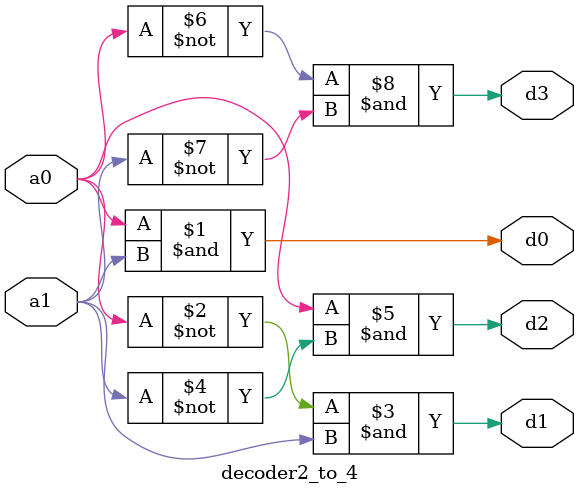
<source format=v>
module decoder2_to_4(
    input a0, a1,
    output d0, d1, d2, d3
);

assign d0 = a0 & a1;
assign d1 = ~a0 & a1;
assign d2 = a0 & ~a1;
assign d3 = ~a0 & ~a1;

endmodule // decoder_2to_4
</source>
